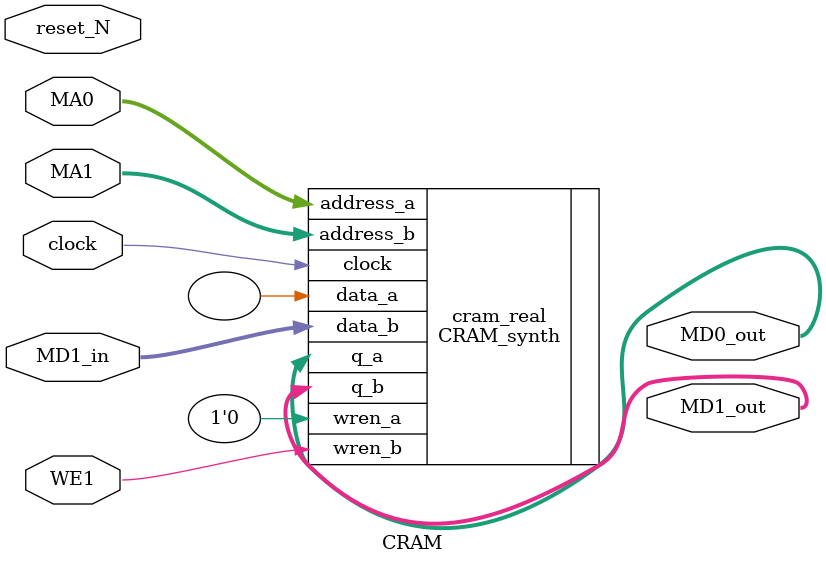
<source format=sv>
`default_nettype none

/*
 * verilog model of HuC6260 VDC CRAM
 * 
 * Dual ported for simplicity, so sue me (fseidel).
 * (C) 2018 Ford Seidel and Amolak Nagi
 */

//`define CRAM_INIT
//`define FAKE_CRAM

module CRAM (input              clock, reset_N,
             input logic  [8:0] MA0, MA1, // Address signals to CRAM
             input logic        WE1,      // write enable
             input logic  [8:0] MD1_in,   // data in
             output logic [8:0] MD0_out, MD1_out); // data out
            
  
`ifdef FAKE_CRAM
  localparam CRAM_SIZE = 2**9;
  logic [15:0] CRAM_ARR[CRAM_SIZE-1:0]; //512 16-bit words (we only use 9 bits)
  
  always_ff @(posedge clock, negedge reset_N) begin
    if(~reset_N) begin
      MD0_out <= 0;
      MD1_out <= 0;
      for(int i = 0; i < CRAM_SIZE; i++)
        CRAM_ARR[i] = 0;
 `ifdef CRAM_INIT
      $readmemh("gunhed_PAL.hex", CRAM_ARR);
 `endif
    end
    else begin
      MD0_out <= CRAM_ARR[MA0][8:0];
      if(~WE1)
        MD1_out <= CRAM_ARR[MA1][8:0];
      else begin
        CRAM_ARR[MA1] <= {7'h00, MD1_in};
        //$display("cram write %x to %x", MD1_in, MA1);
      end
    end
  end
  
`else
  CRAM_synth cram_real(.clock,
                       .address_a(MA0), .address_b(MA1),
                       .data_a(), .data_b(MD1_in), //no write data for port A
                       .wren_a(1'b0), .wren_b(WE1),
                       .q_a(MD0_out), .q_b(MD1_out));
`endif

endmodule: CRAM


</source>
